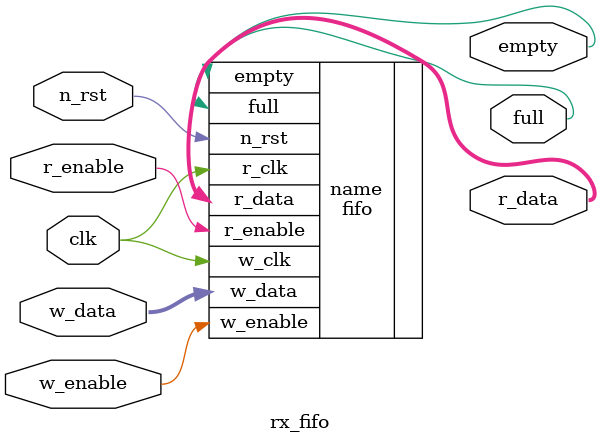
<source format=sv>

module rx_fifo 
(
	input wire clk, n_rst, r_enable, w_enable,  
	input wire [7:0] w_data, 
	output reg [7:0] r_data, 
	output reg empty, full
); 

fifo name (.r_clk(clk), .w_clk(clk), .n_rst(n_rst), .r_enable(r_enable), .w_enable(w_enable), .w_data(w_data), .r_data(r_data), .empty(empty), .full(full)); 

endmodule 



</source>
